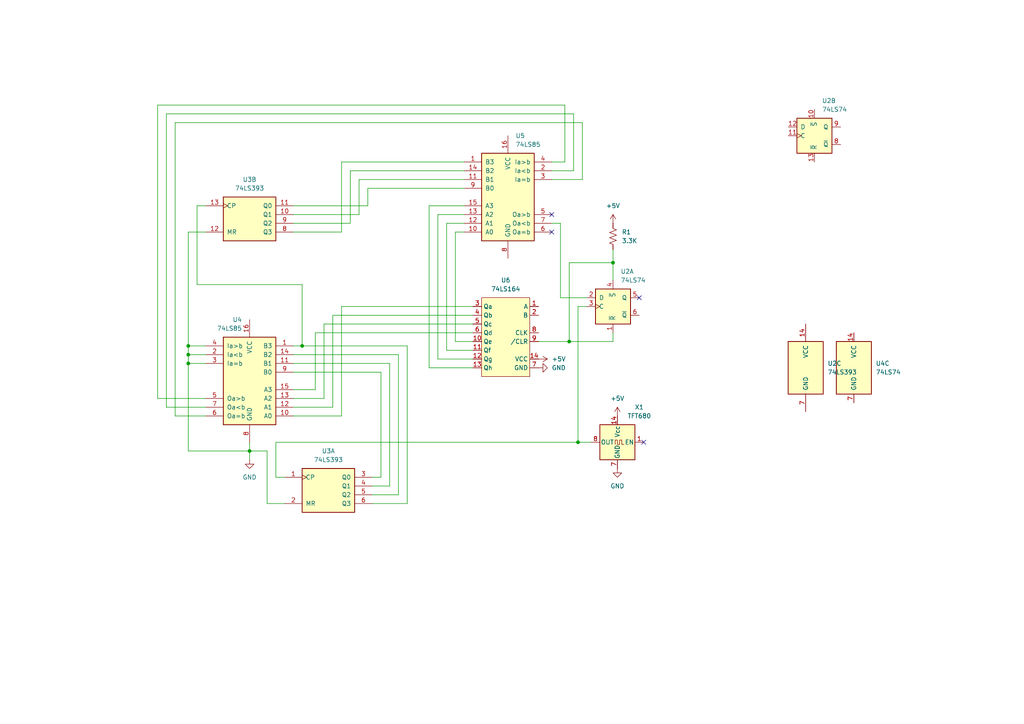
<source format=kicad_sch>
(kicad_sch (version 20230121) (generator eeschema)
  (paper "A4")
  (lib_symbols
    (symbol "74xx:74LS393" (pin_names (offset 1.016))
      (property "Reference" "U" (at -7.62 8.89 0))
      (property "Value" "74LS393" (at -7.62 -8.89 0))
      (symbol "74LS393_1_0"
        (pin input clock (at -12.7 2.54 0) (length 5.08) (name "CP") (number "1"))
        (pin input line (at -12.7 -5.08 0) (length 5.08) (name "MR") (number "2"))
        (pin output line (at 12.7 2.54 180) (length 5.08) (name "Q0") (number "3"))
        (pin output line (at 12.7 0 180) (length 5.08) (name "Q1") (number "4"))
        (pin output line (at 12.7 -2.54 180) (length 5.08) (name "Q2") (number "5"))
        (pin output line (at 12.7 -5.08 180) (length 5.08) (name "Q3") (number "6"))
      )
      (symbol "74LS393_1_1"
        (rectangle (start -7.62 5.08) (end 7.62 -7.62) (stroke (width 0.254)) (fill (type background)))
      )
      (symbol "74LS393_2_0"
        (pin output line (at 12.7 0 180) (length 5.08) (name "Q1") (number "10"))
        (pin output line (at 12.7 2.54 180) (length 5.08) (name "Q0") (number "11"))
        (pin input line (at -12.7 -5.08 0) (length 5.08) (name "MR") (number "12"))
        (pin input clock (at -12.7 2.54 0) (length 5.08) (name "CP") (number "13"))
        (pin output line (at 12.7 -5.08 180) (length 5.08) (name "Q3") (number "8"))
        (pin output line (at 12.7 -2.54 180) (length 5.08) (name "Q2") (number "9"))
      )
      (symbol "74LS393_2_1"
        (rectangle (start -7.62 5.08) (end 7.62 -7.62) (stroke (width 0.254)) (fill (type background)))
      )
      (symbol "74LS393_3_0"
        (pin power_in line (at 0 12.7 270) (length 5.08) (name "VCC") (number "14"))
        (pin power_in line (at 0 -12.7 90) (length 5.08) (name "GND") (number "7"))
      )
      (symbol "74LS393_3_1"
        (rectangle (start -5.08 7.62) (end 5.08 -7.62) (stroke (width 0.254)) (fill (type background)))
      )
    )
    (symbol "74xx:74LS74" (pin_names (offset 1.016))
      (property "Reference" "U" (at -7.62 8.89 0))
      (property "Value" "74LS74" (at -7.62 -8.89 0))
      (symbol "74LS74_1_0"
        (pin input line (at 0 -7.62 90) (length 2.54) (name "~{R}") (number "1"))
        (pin input line (at -7.62 2.54 0) (length 2.54) (name "D") (number "2"))
        (pin input clock (at -7.62 0 0) (length 2.54) (name "C") (number "3"))
        (pin input line (at 0 7.62 270) (length 2.54) (name "~{S}") (number "4"))
        (pin output line (at 7.62 2.54 180) (length 2.54) (name "Q") (number "5"))
        (pin output line (at 7.62 -2.54 180) (length 2.54) (name "~{Q}") (number "6"))
      )
      (symbol "74LS74_1_1"
        (rectangle (start -5.08 5.08) (end 5.08 -5.08) (stroke (width 0.254)) (fill (type background)))
      )
      (symbol "74LS74_2_0"
        (pin input line (at 0 7.62 270) (length 2.54) (name "~{S}") (number "10"))
        (pin input clock (at -7.62 0 0) (length 2.54) (name "C") (number "11"))
        (pin input line (at -7.62 2.54 0) (length 2.54) (name "D") (number "12"))
        (pin input line (at 0 -7.62 90) (length 2.54) (name "~{R}") (number "13"))
        (pin output line (at 7.62 -2.54 180) (length 2.54) (name "~{Q}") (number "8"))
        (pin output line (at 7.62 2.54 180) (length 2.54) (name "Q") (number "9"))
      )
      (symbol "74LS74_2_1"
        (rectangle (start -5.08 5.08) (end 5.08 -5.08) (stroke (width 0.254)) (fill (type background)))
      )
      (symbol "74LS74_3_0"
        (pin power_in line (at 0 10.16 270) (length 2.54) (name "VCC") (number "14"))
        (pin power_in line (at 0 -10.16 90) (length 2.54) (name "GND") (number "7"))
      )
      (symbol "74LS74_3_1"
        (rectangle (start -5.08 7.62) (end 5.08 -7.62) (stroke (width 0.254)) (fill (type background)))
      )
    )
    (symbol "74xx:74LS85" (pin_names (offset 1.016))
      (property "Reference" "U" (at -7.62 13.97 0))
      (property "Value" "74LS85" (at -7.62 -13.97 0))
      (symbol "74LS85_1_0"
        (pin input line (at -12.7 10.16 0) (length 5.08) (name "B3") (number "1"))
        (pin input line (at -12.7 -10.16 0) (length 5.08) (name "A0") (number "10"))
        (pin input line (at -12.7 5.08 0) (length 5.08) (name "B1") (number "11"))
        (pin input line (at -12.7 -7.62 0) (length 5.08) (name "A1") (number "12"))
        (pin input line (at -12.7 -5.08 0) (length 5.08) (name "A2") (number "13"))
        (pin input line (at -12.7 7.62 0) (length 5.08) (name "B2") (number "14"))
        (pin input line (at -12.7 -2.54 0) (length 5.08) (name "A3") (number "15"))
        (pin power_in line (at 0 17.78 270) (length 5.08) (name "VCC") (number "16"))
        (pin input line (at 12.7 7.62 180) (length 5.08) (name "Ia<b") (number "2"))
        (pin input line (at 12.7 5.08 180) (length 5.08) (name "Ia=b") (number "3"))
        (pin input line (at 12.7 10.16 180) (length 5.08) (name "Ia>b") (number "4"))
        (pin output line (at 12.7 -5.08 180) (length 5.08) (name "Oa>b") (number "5"))
        (pin output line (at 12.7 -10.16 180) (length 5.08) (name "Oa=b") (number "6"))
        (pin output line (at 12.7 -7.62 180) (length 5.08) (name "Oa<b") (number "7"))
        (pin power_in line (at 0 -17.78 90) (length 5.08) (name "GND") (number "8"))
        (pin input line (at -12.7 2.54 0) (length 5.08) (name "B0") (number "9"))
      )
      (symbol "74LS85_1_1"
        (rectangle (start -7.62 12.7) (end 7.62 -12.7) (stroke (width 0.254)) (fill (type background)))
      )
    )
    (symbol "74xx_Custom:74LS164"
      (property "Reference" "U" (at -1.27 15.24 0))
      (property "Value" "74LS164" (at 0 12.7 0))
      (symbol "74LS164_1_1"
        (rectangle (start -6.35 11.43) (end 7.62 -11.43) (fill (type background)))
        (pin input line (at -8.89 8.89 0) (length 2.54) (name "A") (number "1"))
        (pin output line (at 10.16 -1.27 180) (length 2.54) (name "Qe") (number "10"))
        (pin output line (at 10.16 -3.81 180) (length 2.54) (name "Qf") (number "11"))
        (pin output line (at 10.16 -6.35 180) (length 2.54) (name "Qg") (number "12"))
        (pin output line (at 10.16 -8.89 180) (length 2.54) (name "Qh") (number "13"))
        (pin power_in line (at -8.89 -6.35 0) (length 2.54) (name "VCC") (number "14"))
        (pin input line (at -8.89 6.35 0) (length 2.54) (name "B") (number "2"))
        (pin output line (at 10.16 8.89 180) (length 2.54) (name "Qa") (number "3"))
        (pin output line (at 10.16 6.35 180) (length 2.54) (name "Qb") (number "4"))
        (pin output line (at 10.16 3.81 180) (length 2.54) (name "Qc") (number "5"))
        (pin output line (at 10.16 1.27 180) (length 2.54) (name "Qd") (number "6"))
        (pin power_in line (at -8.89 -8.89 0) (length 2.54) (name "GND") (number "7"))
        (pin input line (at -8.89 1.27 0) (length 2.54) (name "CLK") (number "8"))
        (pin input line (at -8.89 -1.27 0) (length 2.54) (name "/CLR") (number "9"))
      )
    )
    (symbol "Device:R_US" (pin_numbers hide) (pin_names (offset 0))
      (property "Reference" "R" (at 2.54 0 90))
      (property "Value" "R_US" (at -2.54 0 90))
      (symbol "R_US_0_1"
        (polyline (pts (xy 0 -2.286) (xy 0 -2.54)))
        (polyline (pts (xy 0 2.286) (xy 0 2.54)))
        (polyline (pts (xy 0 -0.762) (xy 1.016 -1.143) (xy 0 -1.524) (xy -1.016 -1.905) (xy 0 -2.286)))
        (polyline (pts (xy 0 0.762) (xy 1.016 0.381) (xy 0 0) (xy -1.016 -0.381) (xy 0 -0.762)))
        (polyline (pts (xy 0 2.286) (xy 1.016 1.905) (xy 0 1.524) (xy -1.016 1.143) (xy 0 0.762)))
      )
      (symbol "R_US_1_1"
        (pin passive line (at 0 3.81 270) (length 1.27) (name "~") (number "1"))
        (pin passive line (at 0 -3.81 90) (length 1.27) (name "~") (number "2"))
      )
    )
    (symbol "Oscillator:TFT680" (pin_names (offset 0.254))
      (property "Reference" "X" (at -5.08 6.35 0))
      (property "Value" "TFT680" (at 1.27 -6.35 0))
      (symbol "TFT680_0_1"
        (rectangle (start -5.08 5.08) (end 5.08 -5.08) (stroke (width 0.254)) (fill (type background)))
        (polyline (pts (xy -1.905 -0.635) (xy -1.27 -0.635) (xy -1.27 0.635) (xy -0.635 0.635) (xy -0.635 -0.635) (xy 0 -0.635) (xy 0 0.635) (xy 0.635 0.635) (xy 0.635 -0.635)))
      )
      (symbol "TFT680_1_1"
        (pin input line (at -7.62 0 0) (length 2.54) (name "EN") (number "1"))
        (pin power_in line (at 0 7.62 270) (length 2.54) (name "Vcc") (number "14"))
        (pin power_in line (at 0 -7.62 90) (length 2.54) (name "GND") (number "7"))
        (pin output line (at 7.62 0 180) (length 2.54) (name "OUT") (number "8"))
      )
    )
    (symbol "power:+5V" (power) (pin_names (offset 0))
      (property "Value" "+5V" (at 0 3.556 0))
      (symbol "+5V_0_1"
        (polyline (pts (xy -0.762 1.27) (xy 0 2.54)))
        (polyline (pts (xy 0 0) (xy 0 2.54)))
        (polyline (pts (xy 0 2.54) (xy 0.762 1.27)))
      )
      (symbol "+5V_1_1"
        (pin power_in line (at 0 0 90) (length 0) hide (name "+5V") (number "1"))
      )
    )
    (symbol "power:GND" (power) (pin_names (offset 0))
      (property "Value" "GND" (at 0 -3.81 0))
      (symbol "GND_0_1"
        (polyline (pts (xy 0 0) (xy 0 -1.27) (xy 1.27 -1.27) (xy 0 -2.54) (xy -1.27 -1.27) (xy 0 -1.27)))
      )
      (symbol "GND_1_1"
        (pin power_in line (at 0 0 270) (length 0) hide (name "GND") (number "1"))
      )
    )
  )
  (junction (at 165.1 99.06))
  (junction (at 54.61 105.41))
  (junction (at 72.39 130.81))
  (junction (at 54.61 100.33))
  (junction (at 87.63 100.33))
  (junction (at 177.8 76.2))
  (junction (at 54.61 102.87))
  (junction (at 167.64 128.27))
  (no_connect (at 160.02 62.23))
  (no_connect (at 186.69 128.27))
  (no_connect (at 160.02 67.31))
  (no_connect (at 185.42 86.36))
  (wire (pts (xy 82.55 138.43) (xy 80.01 138.43)))
  (wire (pts (xy 124.46 59.69) (xy 134.62 59.69)))
  (wire (pts (xy 115.57 143.51) (xy 115.57 102.87)))
  (wire (pts (xy 170.18 88.9) (xy 167.64 88.9)))
  (wire (pts (xy 54.61 105.41) (xy 59.69 105.41)))
  (wire (pts (xy 118.11 146.05) (xy 118.11 100.33)))
  (wire (pts (xy 134.62 67.31) (xy 132.08 67.31)))
  (wire (pts (xy 156.21 99.06) (xy 165.1 99.06)))
  (wire (pts (xy 177.8 99.06) (xy 177.8 96.52)))
  (wire (pts (xy 132.08 99.06) (xy 137.16 99.06)))
  (wire (pts (xy 124.46 106.68) (xy 124.46 59.69)))
  (wire (pts (xy 168.91 35.56) (xy 50.8 35.56)))
  (wire (pts (xy 85.09 62.23) (xy 104.14 62.23)))
  (wire (pts (xy 170.18 86.36) (xy 162.56 86.36)))
  (wire (pts (xy 101.6 64.77) (xy 101.6 49.53)))
  (wire (pts (xy 59.69 59.69) (xy 57.15 59.69)))
  (wire (pts (xy 163.83 30.48) (xy 45.72 30.48)))
  (wire (pts (xy 48.26 118.11) (xy 59.69 118.11)))
  (wire (pts (xy 107.95 146.05) (xy 118.11 146.05)))
  (wire (pts (xy 99.06 46.99) (xy 99.06 67.31)))
  (wire (pts (xy 167.64 128.27) (xy 171.45 128.27)))
  (wire (pts (xy 166.37 49.53) (xy 166.37 33.02)))
  (wire (pts (xy 101.6 49.53) (xy 134.62 49.53)))
  (wire (pts (xy 106.68 54.61) (xy 134.62 54.61)))
  (wire (pts (xy 167.64 88.9) (xy 167.64 128.27)))
  (wire (pts (xy 54.61 100.33) (xy 59.69 100.33)))
  (wire (pts (xy 162.56 64.77) (xy 160.02 64.77)))
  (wire (pts (xy 137.16 101.6) (xy 129.54 101.6)))
  (wire (pts (xy 80.01 128.27) (xy 167.64 128.27)))
  (wire (pts (xy 165.1 99.06) (xy 177.8 99.06)))
  (wire (pts (xy 118.11 100.33) (xy 87.63 100.33)))
  (wire (pts (xy 93.98 115.57) (xy 93.98 93.98)))
  (wire (pts (xy 107.95 143.51) (xy 115.57 143.51)))
  (wire (pts (xy 137.16 106.68) (xy 124.46 106.68)))
  (wire (pts (xy 107.95 138.43) (xy 110.49 138.43)))
  (wire (pts (xy 99.06 88.9) (xy 137.16 88.9)))
  (wire (pts (xy 115.57 102.87) (xy 85.09 102.87)))
  (wire (pts (xy 77.47 146.05) (xy 77.47 130.81)))
  (wire (pts (xy 163.83 46.99) (xy 163.83 30.48)))
  (wire (pts (xy 72.39 128.27) (xy 72.39 130.81)))
  (wire (pts (xy 54.61 102.87) (xy 54.61 105.41)))
  (wire (pts (xy 113.03 140.97) (xy 113.03 105.41)))
  (wire (pts (xy 160.02 52.07) (xy 168.91 52.07)))
  (wire (pts (xy 104.14 52.07) (xy 134.62 52.07)))
  (wire (pts (xy 59.69 67.31) (xy 54.61 67.31)))
  (wire (pts (xy 160.02 46.99) (xy 163.83 46.99)))
  (wire (pts (xy 160.02 49.53) (xy 166.37 49.53)))
  (wire (pts (xy 87.63 100.33) (xy 85.09 100.33)))
  (wire (pts (xy 129.54 64.77) (xy 134.62 64.77)))
  (wire (pts (xy 96.52 91.44) (xy 137.16 91.44)))
  (wire (pts (xy 177.8 76.2) (xy 177.8 81.28)))
  (wire (pts (xy 57.15 82.55) (xy 87.63 82.55)))
  (wire (pts (xy 93.98 93.98) (xy 137.16 93.98)))
  (wire (pts (xy 91.44 113.03) (xy 91.44 96.52)))
  (wire (pts (xy 85.09 115.57) (xy 93.98 115.57)))
  (wire (pts (xy 57.15 59.69) (xy 57.15 82.55)))
  (wire (pts (xy 54.61 102.87) (xy 59.69 102.87)))
  (wire (pts (xy 45.72 115.57) (xy 59.69 115.57)))
  (wire (pts (xy 85.09 120.65) (xy 99.06 120.65)))
  (wire (pts (xy 48.26 33.02) (xy 48.26 118.11)))
  (wire (pts (xy 168.91 52.07) (xy 168.91 35.56)))
  (wire (pts (xy 104.14 62.23) (xy 104.14 52.07)))
  (wire (pts (xy 107.95 140.97) (xy 113.03 140.97)))
  (wire (pts (xy 106.68 54.61) (xy 106.68 59.69)))
  (wire (pts (xy 85.09 59.69) (xy 106.68 59.69)))
  (wire (pts (xy 91.44 96.52) (xy 137.16 96.52)))
  (wire (pts (xy 165.1 76.2) (xy 165.1 99.06)))
  (wire (pts (xy 134.62 46.99) (xy 99.06 46.99)))
  (wire (pts (xy 132.08 67.31) (xy 132.08 99.06)))
  (wire (pts (xy 127 62.23) (xy 134.62 62.23)))
  (wire (pts (xy 50.8 120.65) (xy 59.69 120.65)))
  (wire (pts (xy 127 104.14) (xy 127 62.23)))
  (wire (pts (xy 99.06 120.65) (xy 99.06 88.9)))
  (wire (pts (xy 54.61 100.33) (xy 54.61 102.87)))
  (wire (pts (xy 85.09 113.03) (xy 91.44 113.03)))
  (wire (pts (xy 166.37 33.02) (xy 48.26 33.02)))
  (wire (pts (xy 85.09 64.77) (xy 101.6 64.77)))
  (wire (pts (xy 54.61 130.81) (xy 72.39 130.81)))
  (wire (pts (xy 82.55 146.05) (xy 77.47 146.05)))
  (wire (pts (xy 77.47 130.81) (xy 72.39 130.81)))
  (wire (pts (xy 87.63 82.55) (xy 87.63 100.33)))
  (wire (pts (xy 162.56 86.36) (xy 162.56 64.77)))
  (wire (pts (xy 54.61 105.41) (xy 54.61 130.81)))
  (wire (pts (xy 50.8 35.56) (xy 50.8 120.65)))
  (wire (pts (xy 129.54 101.6) (xy 129.54 64.77)))
  (wire (pts (xy 177.8 72.39) (xy 177.8 76.2)))
  (wire (pts (xy 54.61 67.31) (xy 54.61 100.33)))
  (wire (pts (xy 99.06 67.31) (xy 85.09 67.31)))
  (wire (pts (xy 72.39 130.81) (xy 72.39 133.35)))
  (wire (pts (xy 177.8 76.2) (xy 165.1 76.2)))
  (wire (pts (xy 110.49 138.43) (xy 110.49 107.95)))
  (wire (pts (xy 45.72 30.48) (xy 45.72 115.57)))
  (wire (pts (xy 80.01 138.43) (xy 80.01 128.27)))
  (wire (pts (xy 85.09 118.11) (xy 96.52 118.11)))
  (wire (pts (xy 96.52 118.11) (xy 96.52 91.44)))
  (wire (pts (xy 113.03 105.41) (xy 85.09 105.41)))
  (wire (pts (xy 137.16 104.14) (xy 127 104.14)))
  (wire (pts (xy 110.49 107.95) (xy 85.09 107.95)))
  (symbol (lib_id "74xx:74LS393") (at 95.25 140.97 0) (unit 1)
    (property "Reference" "U3" (at 95.25 130.81 0))
    (property "Value" "74LS393" (at 95.25 133.35 0))
    (property "Datasheet" "74xx\\74LS393.pdf" (effects hide))
  )
  (symbol (lib_id "74xx:74LS85") (at 147.32 57.15 0) (unit 1)
    (property "Reference" "U5" (at 149.5141 39.37 0) (effects (justify left)))
    (property "Value" "74LS85" (at 149.5141 41.91 0) (effects (justify left)))
    (property "Datasheet" "http://www.ti.com/lit/gpn/sn74LS85" (effects hide))
  )
  (symbol (lib_id "Oscillator:TFT680") (at 179.07 128.27 0) (mirror y) (unit 1)
    (property "Reference" "X1" (at 185.42 118.11 0))
    (property "Value" "TFT680" (at 185.42 120.65 0))
    (property "Footprint" "Crystal:Crystal_AT310_D3.0mm_L10.0mm_Horizontal" (effects hide))
    (property "Datasheet" "http://cdn-reichelt.de/documents/datenblatt/B400/OSZI.pdf" (effects hide))
  )
  (symbol (lib_id "power:+5V") (at 179.07 120.65 0) (mirror y) (unit 1)
    (property "Reference" "#PWR05" (effects hide))
    (property "Value" "+5V" (at 179.07 115.57 0))
  )
  (symbol (lib_id "power:+5V") (at 177.8 64.77 0) (unit 1)
    (property "Reference" "#PWR03" (effects hide))
    (property "Value" "+5V" (at 177.8 59.69 0))
  )
  (symbol (lib_id "74xx:74LS85") (at 72.39 110.49 0) (mirror y) (unit 1)
    (property "Reference" "U4" (at 70.1959 92.71 0) (effects (justify left)))
    (property "Value" "74LS85" (at 70.1959 95.25 0) (effects (justify left)))
    (property "Datasheet" "http://www.ti.com/lit/gpn/sn74LS85" (effects hide))
  )
  (symbol (lib_id "power:+5V") (at 156.21 104.14 270) (mirror x) (unit 1)
    (property "Reference" "#PWR02" (effects hide))
    (property "Value" "+5V" (at 160.02 104.14 90) (effects (justify left)))
  )
  (symbol (lib_id "74xx:74LS393") (at 233.68 106.68 0) (unit 3)
    (property "Reference" "U2" (at 240.03 105.41 0) (effects (justify left)))
    (property "Value" "74LS393" (at 240.03 107.95 0) (effects (justify left)))
    (property "Datasheet" "74xx\\74LS393.pdf" (effects hide))
  )
  (symbol (lib_id "Device:R_US") (at 177.8 68.58 0) (unit 1)
    (property "Reference" "R1" (at 180.34 67.31 0) (effects (justify left)))
    (property "Value" "3.3K" (at 180.34 69.85 0) (effects (justify left)))
  )
  (symbol (lib_id "74xx:74LS74") (at 177.8 88.9 0) (unit 1)
    (property "Reference" "U2" (at 179.9941 78.74 0) (effects (justify left)))
    (property "Value" "74LS74" (at 179.9941 81.28 0) (effects (justify left)))
    (property "Datasheet" "74xx/74hc_hct74.pdf" (effects hide))
  )
  (symbol (lib_id "power:GND") (at 72.39 133.35 0) (unit 1)
    (property "Reference" "#PWR01" (effects hide))
    (property "Value" "GND" (at 72.39 138.43 0))
  )
  (symbol (lib_id "74xx_Custom:74LS164") (at 147.32 97.79 0) (mirror y) (unit 1)
    (property "Reference" "U6" (at 146.685 81.28 0))
    (property "Value" "74LS164" (at 146.685 83.82 0))
    (property "Footprint" "Package_DIP:DIP-14_W7.62mm" (effects hide))
  )
  (symbol (lib_id "power:GND") (at 179.07 135.89 0) (mirror y) (unit 1)
    (property "Reference" "#PWR06" (effects hide))
    (property "Value" "GND" (at 179.07 140.97 0))
  )
  (symbol (lib_id "74xx:74LS74") (at 236.22 39.37 0) (unit 2)
    (property "Reference" "U2" (at 238.4141 29.21 0) (effects (justify left)))
    (property "Value" "74LS74" (at 238.4141 31.75 0) (effects (justify left)))
    (property "Datasheet" "74xx/74hc_hct74.pdf" (effects hide))
  )
  (symbol (lib_id "74xx:74LS393") (at 72.39 62.23 0) (unit 2)
    (property "Reference" "U3" (at 72.39 52.07 0))
    (property "Value" "74LS393" (at 72.39 54.61 0))
    (property "Datasheet" "74xx\\74LS393.pdf" (effects hide))
  )
  (symbol (lib_id "74xx:74LS74") (at 247.65 106.68 0) (unit 3)
    (property "Reference" "U4" (at 254 105.41 0) (effects (justify left)))
    (property "Value" "74LS74" (at 254 107.95 0) (effects (justify left)))
    (property "Datasheet" "74xx/74hc_hct74.pdf" (effects hide))
  )
  (symbol (lib_id "power:GND") (at 156.21 106.68 90) (mirror x) (unit 1)
    (property "Reference" "#PWR04" (effects hide))
    (property "Value" "GND" (at 160.02 106.68 90) (effects (justify right)))
  )
)
</source>
